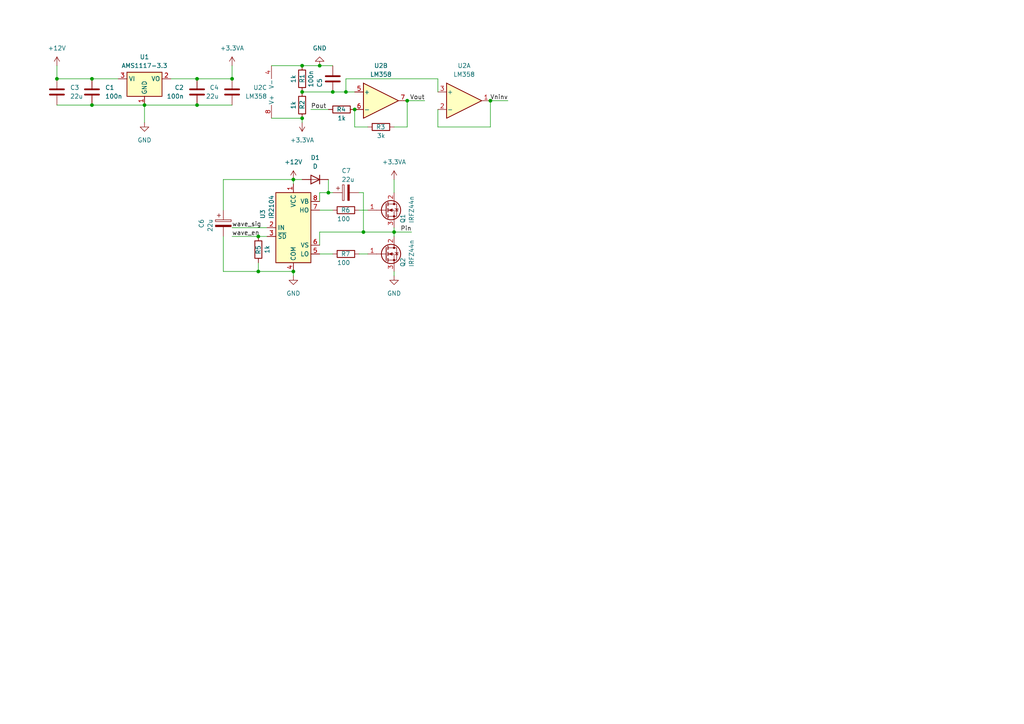
<source format=kicad_sch>
(kicad_sch (version 20230121) (generator eeschema)
  (paper "A4")
  (lib_symbols
    (symbol "Amplifier_Operational:LM358" (pin_names (offset 0.127))
      (property "Reference" "U" (at 0 5.08 0))
      (property "Value" "LM358" (at 0 -5.08 0))
      (symbol "LM358_1_1"
        (polyline (pts (xy -5.08 5.08) (xy 5.08 0) (xy -5.08 -5.08) (xy -5.08 5.08)) (stroke (width 0.254)) (fill (type background)))
        (pin output line (at 7.62 0 180) (length 2.54) (name "~") (number "1"))
        (pin input line (at -7.62 -2.54 0) (length 2.54) (name "-") (number "2"))
        (pin input line (at -7.62 2.54 0) (length 2.54) (name "+") (number "3"))
      )
      (symbol "LM358_2_1"
        (polyline (pts (xy -5.08 5.08) (xy 5.08 0) (xy -5.08 -5.08) (xy -5.08 5.08)) (stroke (width 0.254)) (fill (type background)))
        (pin input line (at -7.62 2.54 0) (length 2.54) (name "+") (number "5"))
        (pin input line (at -7.62 -2.54 0) (length 2.54) (name "-") (number "6"))
        (pin output line (at 7.62 0 180) (length 2.54) (name "~") (number "7"))
      )
      (symbol "LM358_3_1"
        (pin power_in line (at -2.54 -7.62 90) (length 3.81) (name "V-") (number "4"))
        (pin power_in line (at -2.54 7.62 270) (length 3.81) (name "V+") (number "8"))
      )
    )
    (symbol "Device:C" (pin_numbers hide) (pin_names (offset 0.254))
      (property "Reference" "C" (at 0.635 2.54 0))
      (property "Value" "C" (at 0.635 -2.54 0))
      (symbol "C_0_1"
        (polyline (pts (xy -2.032 -0.762) (xy 2.032 -0.762)) (stroke (width 0.508)))
        (polyline (pts (xy -2.032 0.762) (xy 2.032 0.762)) (stroke (width 0.508)))
      )
      (symbol "C_1_1"
        (pin passive line (at 0 3.81 270) (length 2.794) (name "~") (number "1"))
        (pin passive line (at 0 -3.81 90) (length 2.794) (name "~") (number "2"))
      )
    )
    (symbol "Device:C_Polarized" (pin_numbers hide) (pin_names (offset 0.254))
      (property "Reference" "C" (at 0.635 2.54 0))
      (property "Value" "C_Polarized" (at 0.635 -2.54 0))
      (symbol "C_Polarized_0_1"
        (rectangle (start -2.286 0.508) (end 2.286 1.016))
        (polyline (pts (xy -1.778 2.286) (xy -0.762 2.286)))
        (polyline (pts (xy -1.27 2.794) (xy -1.27 1.778)))
        (rectangle (start 2.286 -0.508) (end -2.286 -1.016) (fill (type outline)))
      )
      (symbol "C_Polarized_1_1"
        (pin passive line (at 0 3.81 270) (length 2.794) (name "~") (number "1"))
        (pin passive line (at 0 -3.81 90) (length 2.794) (name "~") (number "2"))
      )
    )
    (symbol "Device:D" (pin_numbers hide) (pin_names (offset 1.016) hide)
      (property "Reference" "D" (at 0 2.54 0))
      (property "Value" "D" (at 0 -2.54 0))
      (symbol "D_0_1"
        (polyline (pts (xy -1.27 1.27) (xy -1.27 -1.27)) (stroke (width 0.254)))
        (polyline (pts (xy 1.27 0) (xy -1.27 0)))
        (polyline (pts (xy 1.27 1.27) (xy 1.27 -1.27) (xy -1.27 0) (xy 1.27 1.27)) (stroke (width 0.254)))
      )
      (symbol "D_1_1"
        (pin passive line (at -3.81 0 0) (length 2.54) (name "K") (number "1"))
        (pin passive line (at 3.81 0 180) (length 2.54) (name "A") (number "2"))
      )
    )
    (symbol "Device:R" (pin_numbers hide) (pin_names (offset 0))
      (property "Reference" "R" (at 2.032 0 90))
      (property "Value" "R" (at 0 0 90))
      (symbol "R_0_1"
        (rectangle (start -1.016 -2.54) (end 1.016 2.54) (stroke (width 0.254)))
      )
      (symbol "R_1_1"
        (pin passive line (at 0 3.81 270) (length 1.27) (name "~") (number "1"))
        (pin passive line (at 0 -3.81 90) (length 1.27) (name "~") (number "2"))
      )
    )
    (symbol "Driver_FET:IR2104"
      (property "Reference" "U" (at 1.27 13.335 0))
      (property "Value" "IR2104" (at 1.27 11.43 0))
      (symbol "IR2104_0_1"
        (rectangle (start -5.08 -10.16) (end 5.08 10.16) (stroke (width 0.254)) (fill (type background)))
      )
      (symbol "IR2104_1_1"
        (pin power_in line (at 0 12.7 270) (length 2.54) (name "VCC") (number "1"))
        (pin input line (at -7.62 0 0) (length 2.54) (name "IN") (number "2"))
        (pin input line (at -7.62 -2.54 0) (length 2.54) (name "~{SD}") (number "3"))
        (pin power_in line (at 0 -12.7 90) (length 2.54) (name "COM") (number "4"))
        (pin output line (at 7.62 -7.62 180) (length 2.54) (name "LO") (number "5"))
        (pin passive line (at 7.62 -5.08 180) (length 2.54) (name "VS") (number "6"))
        (pin output line (at 7.62 5.08 180) (length 2.54) (name "HO") (number "7"))
        (pin passive line (at 7.62 7.62 180) (length 2.54) (name "VB") (number "8"))
      )
    )
    (symbol "Regulator_Linear:AMS1117-3.3"
      (property "Reference" "U" (at -3.81 3.175 0))
      (property "Value" "AMS1117-3.3" (at 0 3.175 0))
      (symbol "AMS1117-3.3_0_1"
        (rectangle (start -5.08 -5.08) (end 5.08 1.905) (stroke (width 0.254)) (fill (type background)))
      )
      (symbol "AMS1117-3.3_1_1"
        (pin power_in line (at 0 -7.62 90) (length 2.54) (name "GND") (number "1"))
        (pin power_out line (at 7.62 0 180) (length 2.54) (name "VO") (number "2"))
        (pin power_in line (at -7.62 0 0) (length 2.54) (name "VI") (number "3"))
      )
    )
    (symbol "Transistor_FET:IRF540N" (pin_names hide)
      (property "Reference" "Q" (at 6.35 1.905 0))
      (property "Value" "IRF540N" (at 6.35 0 0))
      (symbol "IRF540N_0_1"
        (polyline (pts (xy 0.254 0) (xy -2.54 0)))
        (polyline (pts (xy 0.254 1.905) (xy 0.254 -1.905)) (stroke (width 0.254)))
        (polyline (pts (xy 0.762 -1.27) (xy 0.762 -2.286)) (stroke (width 0.254)))
        (polyline (pts (xy 0.762 0.508) (xy 0.762 -0.508)) (stroke (width 0.254)))
        (polyline (pts (xy 0.762 2.286) (xy 0.762 1.27)) (stroke (width 0.254)))
        (polyline (pts (xy 2.54 2.54) (xy 2.54 1.778)))
        (polyline (pts (xy 2.54 -2.54) (xy 2.54 0) (xy 0.762 0)))
        (polyline (pts (xy 0.762 -1.778) (xy 3.302 -1.778) (xy 3.302 1.778) (xy 0.762 1.778)))
        (polyline (pts (xy 1.016 0) (xy 2.032 0.381) (xy 2.032 -0.381) (xy 1.016 0)) (fill (type outline)))
        (polyline (pts (xy 2.794 0.508) (xy 2.921 0.381) (xy 3.683 0.381) (xy 3.81 0.254)))
        (polyline (pts (xy 3.302 0.381) (xy 2.921 -0.254) (xy 3.683 -0.254) (xy 3.302 0.381)))
        (circle (center 1.651 0) (radius 2.794) (stroke (width 0.254)))
        (circle (center 2.54 -1.778) (radius 0.254) (fill (type outline)))
        (circle (center 2.54 1.778) (radius 0.254) (fill (type outline)))
      )
      (symbol "IRF540N_1_1"
        (pin input line (at -5.08 0 0) (length 2.54) (name "G") (number "1"))
        (pin passive line (at 2.54 5.08 270) (length 2.54) (name "D") (number "2"))
        (pin passive line (at 2.54 -5.08 90) (length 2.54) (name "S") (number "3"))
      )
    )
    (symbol "power:+12V" (power) (pin_names (offset 0))
      (property "Value" "+12V" (at 0 3.556 0))
      (symbol "+12V_0_1"
        (polyline (pts (xy -0.762 1.27) (xy 0 2.54)))
        (polyline (pts (xy 0 0) (xy 0 2.54)))
        (polyline (pts (xy 0 2.54) (xy 0.762 1.27)))
      )
      (symbol "+12V_1_1"
        (pin power_in line (at 0 0 90) (length 0) hide (name "+12V") (number "1"))
      )
    )
    (symbol "power:+3.3VA" (power) (pin_names (offset 0))
      (property "Value" "+3.3VA" (at 0 3.556 0))
      (symbol "+3.3VA_0_1"
        (polyline (pts (xy -0.762 1.27) (xy 0 2.54)))
        (polyline (pts (xy 0 0) (xy 0 2.54)))
        (polyline (pts (xy 0 2.54) (xy 0.762 1.27)))
      )
      (symbol "+3.3VA_1_1"
        (pin power_in line (at 0 0 90) (length 0) hide (name "+3.3VA") (number "1"))
      )
    )
    (symbol "power:GND" (power) (pin_names (offset 0))
      (property "Value" "GND" (at 0 -3.81 0))
      (symbol "GND_0_1"
        (polyline (pts (xy 0 0) (xy 0 -1.27) (xy 1.27 -1.27) (xy 0 -2.54) (xy -1.27 -1.27) (xy 0 -1.27)))
      )
      (symbol "GND_1_1"
        (pin power_in line (at 0 0 270) (length 0) hide (name "GND") (number "1"))
      )
    )
  )
  (junction (at 95.25 55.88))
  (junction (at 41.91 30.48))
  (junction (at 105.41 67.31))
  (junction (at 26.67 22.86))
  (junction (at 74.93 68.58))
  (junction (at 26.67 30.48))
  (junction (at 87.63 34.29))
  (junction (at 92.71 19.05))
  (junction (at 142.24 29.21))
  (junction (at 85.09 52.07))
  (junction (at 67.31 22.86))
  (junction (at 118.11 29.21))
  (junction (at 16.51 22.86))
  (junction (at 87.63 26.67))
  (junction (at 85.09 78.74))
  (junction (at 57.15 30.48))
  (junction (at 74.93 78.74))
  (junction (at 102.87 31.75))
  (junction (at 96.52 26.67))
  (junction (at 57.15 22.86))
  (junction (at 87.63 19.05))
  (junction (at 114.3 67.31))
  (junction (at 100.33 26.67))
  (wire (pts (xy 57.15 22.86) (xy 67.31 22.86)))
  (wire (pts (xy 105.41 67.31) (xy 114.3 67.31)))
  (wire (pts (xy 95.25 52.07) (xy 95.25 55.88)))
  (wire (pts (xy 104.14 55.88) (xy 105.41 55.88)))
  (wire (pts (xy 85.09 80.01) (xy 85.09 78.74)))
  (wire (pts (xy 114.3 52.07) (xy 114.3 55.88)))
  (wire (pts (xy 118.11 29.21) (xy 123.19 29.21)))
  (wire (pts (xy 92.71 55.88) (xy 95.25 55.88)))
  (wire (pts (xy 78.74 19.05) (xy 87.63 19.05)))
  (wire (pts (xy 114.3 67.31) (xy 114.3 66.04)))
  (wire (pts (xy 100.33 26.67) (xy 102.87 26.67)))
  (wire (pts (xy 64.77 78.74) (xy 74.93 78.74)))
  (wire (pts (xy 67.31 19.05) (xy 67.31 22.86)))
  (wire (pts (xy 64.77 60.96) (xy 64.77 52.07)))
  (wire (pts (xy 102.87 31.75) (xy 102.87 36.83)))
  (wire (pts (xy 16.51 19.05) (xy 16.51 22.86)))
  (wire (pts (xy 104.14 60.96) (xy 106.68 60.96)))
  (wire (pts (xy 92.71 67.31) (xy 105.41 67.31)))
  (wire (pts (xy 16.51 30.48) (xy 26.67 30.48)))
  (wire (pts (xy 26.67 30.48) (xy 41.91 30.48)))
  (wire (pts (xy 85.09 52.07) (xy 87.63 52.07)))
  (wire (pts (xy 92.71 19.05) (xy 96.52 19.05)))
  (wire (pts (xy 64.77 52.07) (xy 85.09 52.07)))
  (wire (pts (xy 102.87 36.83) (xy 106.68 36.83)))
  (wire (pts (xy 142.24 29.21) (xy 147.32 29.21)))
  (wire (pts (xy 96.52 26.67) (xy 100.33 26.67)))
  (wire (pts (xy 26.67 22.86) (xy 34.29 22.86)))
  (wire (pts (xy 41.91 30.48) (xy 57.15 30.48)))
  (wire (pts (xy 92.71 71.12) (xy 92.71 67.31)))
  (wire (pts (xy 74.93 78.74) (xy 85.09 78.74)))
  (wire (pts (xy 118.11 36.83) (xy 118.11 29.21)))
  (wire (pts (xy 95.25 55.88) (xy 96.52 55.88)))
  (wire (pts (xy 49.53 22.86) (xy 57.15 22.86)))
  (wire (pts (xy 92.71 60.96) (xy 96.52 60.96)))
  (wire (pts (xy 78.74 34.29) (xy 87.63 34.29)))
  (wire (pts (xy 127 22.86) (xy 127 26.67)))
  (wire (pts (xy 114.3 67.31) (xy 119.38 67.31)))
  (wire (pts (xy 100.33 22.86) (xy 127 22.86)))
  (wire (pts (xy 67.31 66.04) (xy 77.47 66.04)))
  (wire (pts (xy 87.63 35.56) (xy 87.63 34.29)))
  (wire (pts (xy 127 36.83) (xy 142.24 36.83)))
  (wire (pts (xy 114.3 36.83) (xy 118.11 36.83)))
  (wire (pts (xy 105.41 55.88) (xy 105.41 67.31)))
  (wire (pts (xy 92.71 58.42) (xy 92.71 55.88)))
  (wire (pts (xy 57.15 30.48) (xy 67.31 30.48)))
  (wire (pts (xy 100.33 26.67) (xy 100.33 22.86)))
  (wire (pts (xy 87.63 19.05) (xy 92.71 19.05)))
  (wire (pts (xy 104.14 73.66) (xy 106.68 73.66)))
  (wire (pts (xy 74.93 68.58) (xy 77.47 68.58)))
  (wire (pts (xy 142.24 36.83) (xy 142.24 29.21)))
  (wire (pts (xy 90.17 31.75) (xy 95.25 31.75)))
  (wire (pts (xy 114.3 78.74) (xy 114.3 80.01)))
  (wire (pts (xy 16.51 22.86) (xy 26.67 22.86)))
  (wire (pts (xy 67.31 68.58) (xy 74.93 68.58)))
  (wire (pts (xy 41.91 30.48) (xy 41.91 35.56)))
  (wire (pts (xy 87.63 26.67) (xy 96.52 26.67)))
  (wire (pts (xy 114.3 67.31) (xy 114.3 68.58)))
  (wire (pts (xy 64.77 68.58) (xy 64.77 78.74)))
  (wire (pts (xy 127 31.75) (xy 127 36.83)))
  (wire (pts (xy 85.09 52.07) (xy 85.09 53.34)))
  (wire (pts (xy 74.93 76.2) (xy 74.93 78.74)))
  (wire (pts (xy 92.71 73.66) (xy 96.52 73.66)))
  (label "Vninv" (at 147.32 29.21 180))
  (label "Pout" (at 90.17 31.75 0))
  (label "wave_sig" (at 67.31 66.04 0))
  (label "Vout" (at 123.19 29.21 180))
  (label "Pin" (at 119.38 67.31 180))
  (label "wave_en" (at 67.31 68.58 0))
  (symbol (lib_id "Transistor_FET:IRF540N") (at 111.76 73.66 0) (unit 1)
    (property "Reference" "Q2" (at 116.84 77.47 90) (effects (justify left)))
    (property "Value" "IRFZ44n" (at 119.38 77.47 90) (effects (justify left)))
    (property "Footprint" "Package_TO_SOT_THT:TO-220-3_Vertical" (effects hide))
  )
  (symbol (lib_id "power:+12V") (at 16.51 19.05 0) (unit 1)
    (property "Reference" "#PWR02" (effects hide))
    (property "Value" "+12V" (at 16.51 13.97 0))
  )
  (symbol (lib_id "Device:R") (at 87.63 30.48 0) (mirror y) (unit 1)
    (property "Reference" "R2" (at 87.63 31.75 90) (effects (justify left)))
    (property "Value" "1k" (at 85.09 31.75 90) (effects (justify left)))
    (property "Footprint" "Resistor_SMD:R_0603_1608Metric_Pad0.98x0.95mm_HandSolder" (effects hide))
  )
  (symbol (lib_id "Device:C") (at 96.52 22.86 0) (unit 1)
    (property "Reference" "C5" (at 92.71 25.4 90) (effects (justify left)))
    (property "Value" "100n" (at 90.17 25.4 90) (effects (justify left)))
    (property "Footprint" "Capacitor_SMD:C_0603_1608Metric_Pad1.08x0.95mm_HandSolder" (effects hide))
  )
  (symbol (lib_id "Device:C") (at 26.67 26.67 0) (unit 1)
    (property "Reference" "C1" (at 30.48 25.4 0) (effects (justify left)))
    (property "Value" "100n" (at 30.48 27.94 0) (effects (justify left)))
    (property "Footprint" "Capacitor_SMD:C_0603_1608Metric_Pad1.08x0.95mm_HandSolder" (effects hide))
  )
  (symbol (lib_id "power:GND") (at 41.91 35.56 0) (unit 1)
    (property "Reference" "#PWR01" (effects hide))
    (property "Value" "GND" (at 41.91 40.64 0))
  )
  (symbol (lib_id "power:+3.3VA") (at 114.3 52.07 0) (unit 1)
    (property "Reference" "#PWR08" (effects hide))
    (property "Value" "+3.3VA" (at 114.3 46.99 0))
  )
  (symbol (lib_id "power:+12V") (at 85.09 52.07 0) (unit 1)
    (property "Reference" "#PWR07" (effects hide))
    (property "Value" "+12V" (at 85.09 46.99 0))
  )
  (symbol (lib_id "Amplifier_Operational:LM358") (at 81.28 26.67 0) (mirror x) (unit 3)
    (property "Reference" "U2" (at 77.47 25.4 0) (effects (justify right)))
    (property "Value" "LM358" (at 77.47 27.94 0) (effects (justify right)))
    (property "Datasheet" "http://www.ti.com/lit/ds/symlink/lm2904-n.pdf" (effects hide))
  )
  (symbol (lib_id "Driver_FET:IR2104") (at 85.09 66.04 0) (unit 1)
    (property "Reference" "U3" (at 76.2 63.5 90) (effects (justify left)))
    (property "Value" "IR2104" (at 78.74 63.5 90) (effects (justify left)))
    (property "Datasheet" "https://www.infineon.com/dgdl/ir2104.pdf?fileId=5546d462533600a4015355c7c1c31671" (effects hide))
  )
  (symbol (lib_id "Device:R") (at 110.49 36.83 90) (mirror x) (unit 1)
    (property "Reference" "R3" (at 111.76 36.83 90) (effects (justify left)))
    (property "Value" "3k" (at 111.76 39.37 90) (effects (justify left)))
    (property "Footprint" "Resistor_SMD:R_0603_1608Metric_Pad0.98x0.95mm_HandSolder" (effects hide))
  )
  (symbol (lib_id "Device:R") (at 87.63 22.86 0) (mirror y) (unit 1)
    (property "Reference" "R1" (at 87.63 24.13 90) (effects (justify left)))
    (property "Value" "1k" (at 85.09 24.13 90) (effects (justify left)))
    (property "Footprint" "Resistor_SMD:R_0603_1608Metric_Pad0.98x0.95mm_HandSolder" (effects hide))
  )
  (symbol (lib_id "Transistor_FET:IRF540N") (at 111.76 60.96 0) (unit 1)
    (property "Reference" "Q1" (at 116.84 64.77 90) (effects (justify left)))
    (property "Value" "IRFZ44n" (at 119.38 64.77 90) (effects (justify left)))
    (property "Footprint" "Package_TO_SOT_THT:TO-220-3_Vertical" (effects hide))
  )
  (symbol (lib_id "Device:D") (at 91.44 52.07 180) (unit 1)
    (property "Reference" "D1" (at 91.44 45.72 0))
    (property "Value" "D" (at 91.44 48.26 0))
    (property "Sim.Device" "D" (effects hide))
    (property "Sim.Pins" "1=K 2=A" (effects hide))
  )
  (symbol (lib_id "Device:R") (at 74.93 72.39 0) (mirror x) (unit 1)
    (property "Reference" "R5" (at 74.93 71.12 90) (effects (justify left)))
    (property "Value" "1k" (at 77.47 71.12 90) (effects (justify left)))
    (property "Footprint" "Resistor_SMD:R_0603_1608Metric_Pad0.98x0.95mm_HandSolder" (effects hide))
  )
  (symbol (lib_id "Amplifier_Operational:LM358") (at 110.49 29.21 0) (unit 2)
    (property "Reference" "U2" (at 110.49 19.05 0))
    (property "Value" "LM358" (at 110.49 21.59 0))
    (property "Datasheet" "http://www.ti.com/lit/ds/symlink/lm2904-n.pdf" (effects hide))
  )
  (symbol (lib_id "power:GND") (at 114.3 80.01 0) (unit 1)
    (property "Reference" "#PWR09" (effects hide))
    (property "Value" "GND" (at 114.3 85.09 0))
  )
  (symbol (lib_id "Amplifier_Operational:LM358") (at 134.62 29.21 0) (unit 1)
    (property "Reference" "U2" (at 134.62 19.05 0))
    (property "Value" "LM358" (at 134.62 21.59 0))
    (property "Datasheet" "http://www.ti.com/lit/ds/symlink/lm2904-n.pdf" (effects hide))
  )
  (symbol (lib_id "Device:C") (at 16.51 26.67 0) (unit 1)
    (property "Reference" "C3" (at 20.32 25.4 0) (effects (justify left)))
    (property "Value" "22u" (at 20.32 27.94 0) (effects (justify left)))
    (property "Footprint" "Capacitor_SMD:C_0603_1608Metric_Pad1.08x0.95mm_HandSolder" (effects hide))
  )
  (symbol (lib_id "power:GND") (at 92.71 19.05 180) (unit 1)
    (property "Reference" "#PWR04" (effects hide))
    (property "Value" "GND" (at 92.71 13.97 0))
  )
  (symbol (lib_id "Device:R") (at 100.33 73.66 90) (mirror x) (unit 1)
    (property "Reference" "R7" (at 101.6 73.66 90) (effects (justify left)))
    (property "Value" "100" (at 101.6 76.2 90) (effects (justify left)))
    (property "Footprint" "Resistor_SMD:R_0603_1608Metric_Pad0.98x0.95mm_HandSolder" (effects hide))
  )
  (symbol (lib_id "power:GND") (at 85.09 80.01 0) (unit 1)
    (property "Reference" "#PWR06" (effects hide))
    (property "Value" "GND" (at 85.09 85.09 0))
  )
  (symbol (lib_id "Device:R") (at 100.33 60.96 90) (mirror x) (unit 1)
    (property "Reference" "R6" (at 101.6 60.96 90) (effects (justify left)))
    (property "Value" "100" (at 101.6 63.5 90) (effects (justify left)))
    (property "Footprint" "Resistor_SMD:R_0603_1608Metric_Pad0.98x0.95mm_HandSolder" (effects hide))
  )
  (symbol (lib_id "Device:R") (at 99.06 31.75 90) (mirror x) (unit 1)
    (property "Reference" "R4" (at 100.33 31.75 90) (effects (justify left)))
    (property "Value" "1k" (at 100.33 34.29 90) (effects (justify left)))
    (property "Footprint" "Resistor_SMD:R_0603_1608Metric_Pad0.98x0.95mm_HandSolder" (effects hide))
  )
  (symbol (lib_id "power:+3.3VA") (at 67.31 19.05 0) (unit 1)
    (property "Reference" "#PWR03" (effects hide))
    (property "Value" "+3.3VA" (at 67.31 13.97 0))
  )
  (symbol (lib_id "power:+3.3VA") (at 87.63 35.56 180) (unit 1)
    (property "Reference" "#PWR05" (effects hide))
    (property "Value" "+3.3VA" (at 87.63 40.64 0))
  )
  (symbol (lib_id "Device:C_Polarized") (at 64.77 64.77 0) (unit 1)
    (property "Reference" "C6" (at 58.42 63.5 90) (effects (justify right)))
    (property "Value" "22u" (at 60.96 63.5 90) (effects (justify right)))
  )
  (symbol (lib_id "Device:C") (at 67.31 26.67 0) (mirror y) (unit 1)
    (property "Reference" "C4" (at 63.5 25.4 0) (effects (justify left)))
    (property "Value" "22u" (at 63.5 27.94 0) (effects (justify left)))
    (property "Footprint" "Capacitor_SMD:C_0603_1608Metric_Pad1.08x0.95mm_HandSolder" (effects hide))
  )
  (symbol (lib_id "Regulator_Linear:AMS1117-3.3") (at 41.91 22.86 0) (unit 1)
    (property "Reference" "U1" (at 41.91 16.51 0))
    (property "Value" "AMS1117-3.3" (at 41.91 19.05 0))
    (property "Footprint" "Package_TO_SOT_SMD:SOT-223-3_TabPin2" (effects hide))
    (property "Datasheet" "http://www.advanced-monolithic.com/pdf/ds1117.pdf" (effects hide))
  )
  (symbol (lib_id "Device:C") (at 57.15 26.67 0) (mirror y) (unit 1)
    (property "Reference" "C2" (at 53.34 25.4 0) (effects (justify left)))
    (property "Value" "100n" (at 53.34 27.94 0) (effects (justify left)))
    (property "Footprint" "Capacitor_SMD:C_0603_1608Metric_Pad1.08x0.95mm_HandSolder" (effects hide))
  )
  (symbol (lib_id "Device:C_Polarized") (at 100.33 55.88 90) (mirror x) (unit 1)
    (property "Reference" "C7" (at 99.06 49.53 90) (effects (justify right)))
    (property "Value" "22u" (at 99.06 52.07 90) (effects (justify right)))
  )
)
</source>
